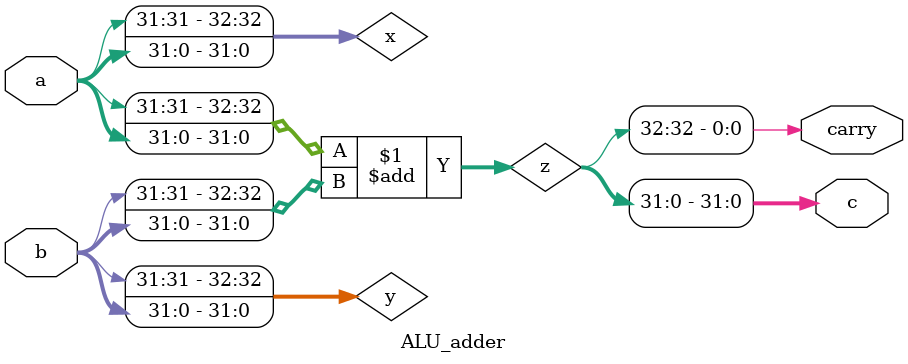
<source format=v>
module ALU_adder (c, carry, a, b);

 input signed [31:0] a, b;
 output [31:0] c;
 output carry;
 
 wire [32:0] x, y, z;
 assign x = a;
 assign y = b;
 assign c = z;
 
 assign z = x + y;
 
 assign carry = z[32];
 
endmodule 
</source>
